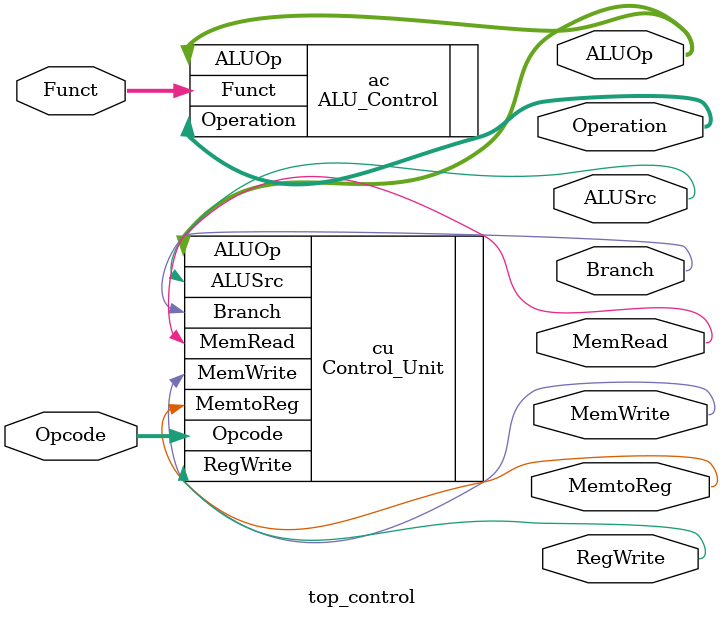
<source format=v>
module top_control
(
  input [6:0]Opcode,
  output wire Branch, MemRead, MemtoReg, MemWrite, ALUSrc, RegWrite,
  output wire [1:0] ALUOp,
  input [3:0] Funct,
  output wire [3:0] Operation
);

Control_Unit cu
(
  .Opcode(Opcode),
  .Branch(Branch),
  .MemRead(MemRead),
  .MemtoReg(MemtoReg),
  .MemWrite(MemWrite),
  .ALUSrc(ALUSrc),
  .RegWrite(RegWrite),
  .ALUOp(ALUOp)
);

ALU_Control ac
(
  .ALUOp(ALUOp),
  .Funct(Funct),
  .Operation(Operation)
);
endmodule

</source>
